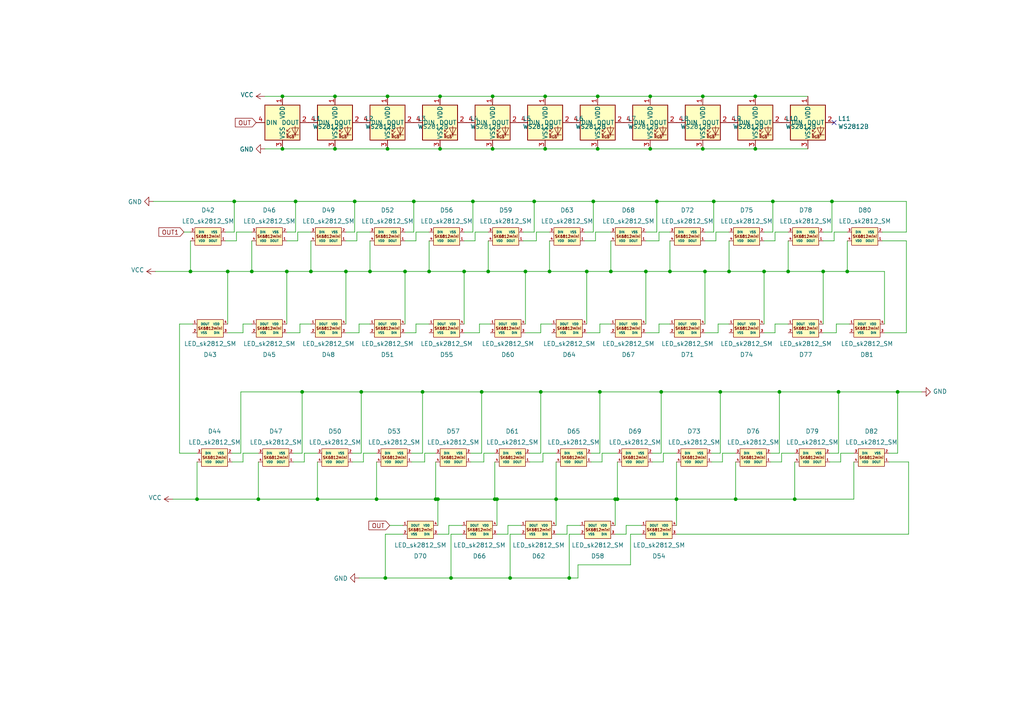
<source format=kicad_sch>
(kicad_sch (version 20230121) (generator eeschema)
  (paper "A4")
  (lib_symbols
    (symbol "LED:WS2812B" (pin_names (offset 0.254))
      (property "Reference" "D" (at 5.08 5.715 0))
      (property "Value" "WS2812B" (at 1.27 -5.715 0))
      (symbol "WS2812B_0_0"
        (text "RGB" (at 2.286 -4.191 0) (effects (font (size 0.762 0.762))))
      )
      (symbol "WS2812B_0_1"
        (polyline (pts (xy 1.27 -3.556) (xy 1.778 -3.556)))
        (polyline (pts (xy 1.27 -2.54) (xy 1.778 -2.54)))
        (polyline (pts (xy 4.699 -3.556) (xy 2.667 -3.556)))
        (polyline (pts (xy 2.286 -2.54) (xy 1.27 -3.556) (xy 1.27 -3.048)))
        (polyline (pts (xy 2.286 -1.524) (xy 1.27 -2.54) (xy 1.27 -2.032)))
        (polyline (pts (xy 3.683 -1.016) (xy 3.683 -3.556) (xy 3.683 -4.064)))
        (polyline (pts (xy 4.699 -1.524) (xy 2.667 -1.524) (xy 3.683 -3.556) (xy 4.699 -1.524)))
        (rectangle (start 5.08 5.08) (end -5.08 -5.08) (stroke (width 0.254)) (fill (type background)))
      )
      (symbol "WS2812B_1_1"
        (pin power_in line (at 0 7.62 270) (length 2.54) (name "VDD") (number "1"))
        (pin output line (at 7.62 0 180) (length 2.54) (name "DOUT") (number "2"))
        (pin power_in line (at 0 -7.62 90) (length 2.54) (name "VSS") (number "3"))
        (pin input line (at -7.62 0 0) (length 2.54) (name "DIN") (number "4"))
      )
    )
    (symbol "klor:LED_sk2812_SM" (pin_names (offset 1.016))
      (property "Reference" "D" (at 0 3.81 0))
      (property "Value" "LED_sk2812_SM" (at 0 -3.81 0))
      (symbol "LED_sk2812_SM_1_1"
        (rectangle (start 3.81 -2.54) (end -3.81 2.54) (fill (type background)))
        (text "SK6812mini" (at 0 0 0) (effects (font (size 0.7874 0.7874))))
        (pin output line (at -5.08 1.27 0) (length 1.27) (name "DOUT") (number "1"))
        (pin power_in line (at -5.08 -1.27 0) (length 1.27) (name "VSS") (number "2"))
        (pin input line (at 5.08 -1.27 180) (length 1.27) (name "DIN") (number "3"))
        (pin power_in line (at 5.08 1.27 180) (length 1.27) (name "VDD") (number "4"))
      )
    )
    (symbol "power:GND" (power) (pin_names (offset 0))
      (property "Value" "GND" (at 0 -3.81 0))
      (symbol "GND_0_1"
        (polyline (pts (xy 0 0) (xy 0 -1.27) (xy 1.27 -1.27) (xy 0 -2.54) (xy -1.27 -1.27) (xy 0 -1.27)))
      )
      (symbol "GND_1_1"
        (pin power_in line (at 0 0 270) (length 0) hide (name "GND") (number "1"))
      )
    )
    (symbol "power:VCC" (power) (pin_names (offset 0))
      (property "Value" "VCC" (at 0 3.81 0))
      (symbol "VCC_0_1"
        (polyline (pts (xy -0.762 1.27) (xy 0 2.54)))
        (polyline (pts (xy 0 0) (xy 0 2.54)))
        (polyline (pts (xy 0 2.54) (xy 0.762 1.27)))
      )
      (symbol "VCC_1_1"
        (pin power_in line (at 0 0 90) (length 0) hide (name "VCC") (number "1"))
      )
    )
  )
  (junction (at 122.555 113.665))
  (junction (at 147.955 167.64))
  (junction (at 177.165 78.74))
  (junction (at 102.87 58.42))
  (junction (at 228.6 78.74))
  (junction (at 238.76 78.74))
  (junction (at 154.94 58.42))
  (junction (at 57.15 144.78))
  (junction (at 144.145 144.78))
  (junction (at 97.155 27.94))
  (junction (at 141.605 78.74))
  (junction (at 142.875 27.94))
  (junction (at 173.355 43.18))
  (junction (at 117.475 78.74))
  (junction (at 81.915 27.94))
  (junction (at 191.77 113.665))
  (junction (at 134.62 78.74))
  (junction (at 127.635 27.94))
  (junction (at 156.845 113.665))
  (junction (at 85.725 58.42))
  (junction (at 73.025 78.74))
  (junction (at 172.085 58.42))
  (junction (at 90.17 78.74))
  (junction (at 87.63 113.665))
  (junction (at 170.18 78.74))
  (junction (at 158.115 27.94))
  (junction (at 142.875 43.18))
  (junction (at 173.99 113.665))
  (junction (at 143.51 144.78))
  (junction (at 161.29 144.78))
  (junction (at 224.155 58.42))
  (junction (at 83.185 78.74))
  (junction (at 127.635 43.18))
  (junction (at 208.915 113.665))
  (junction (at 188.595 43.18))
  (junction (at 211.455 78.74))
  (junction (at 241.3 58.42))
  (junction (at 55.245 78.74))
  (junction (at 219.075 27.94))
  (junction (at 158.115 43.18))
  (junction (at 207.01 58.42))
  (junction (at 104.775 113.665))
  (junction (at 173.355 27.94))
  (junction (at 260.35 113.665))
  (junction (at 165.1 167.64))
  (junction (at 66.04 78.74))
  (junction (at 120.015 58.42))
  (junction (at 100.33 78.74))
  (junction (at 139.7 113.665))
  (junction (at 190.5 58.42))
  (junction (at 111.76 167.64))
  (junction (at 124.46 78.74))
  (junction (at 221.615 78.74))
  (junction (at 74.93 144.78))
  (junction (at 179.07 144.78))
  (junction (at 97.155 43.18))
  (junction (at 152.4 78.74))
  (junction (at 159.385 78.74))
  (junction (at 126.365 144.78))
  (junction (at 130.81 167.64))
  (junction (at 112.395 27.94))
  (junction (at 196.215 144.78))
  (junction (at 187.325 78.74))
  (junction (at 109.22 144.78))
  (junction (at 137.16 58.42))
  (junction (at 107.315 78.74))
  (junction (at 127 144.78))
  (junction (at 226.06 113.665))
  (junction (at 243.205 113.665))
  (junction (at 81.915 43.18))
  (junction (at 203.835 27.94))
  (junction (at 92.075 144.78))
  (junction (at 213.36 144.78))
  (junction (at 67.945 58.42))
  (junction (at 178.435 144.78))
  (junction (at 112.395 43.18))
  (junction (at 230.505 144.78))
  (junction (at 245.745 78.74))
  (junction (at 194.31 78.74))
  (junction (at 203.835 43.18))
  (junction (at 219.075 43.18))
  (junction (at 188.595 27.94))
  (junction (at 204.47 78.74))
  (no_connect (at 241.935 35.56))
  (wire (pts (xy 137.795 67.31) (xy 141.605 67.31)))
  (wire (pts (xy 104.775 113.665) (xy 122.555 113.665)))
  (wire (pts (xy 127 144.78) (xy 126.365 144.78)))
  (wire (pts (xy 240.665 131.445) (xy 243.205 131.445)))
  (wire (pts (xy 172.72 67.31) (xy 177.165 67.31)))
  (wire (pts (xy 171.45 133.985) (xy 174.625 133.985)))
  (wire (pts (xy 164.465 152.4) (xy 164.465 154.94)))
  (wire (pts (xy 141.605 78.74) (xy 134.62 78.74)))
  (wire (pts (xy 139.065 93.98) (xy 139.065 96.52)))
  (wire (pts (xy 122.555 113.665) (xy 139.7 113.665)))
  (wire (pts (xy 172.085 67.31) (xy 172.085 58.42)))
  (wire (pts (xy 187.325 78.74) (xy 177.165 78.74)))
  (wire (pts (xy 224.79 67.31) (xy 228.6 67.31)))
  (wire (pts (xy 57.15 144.78) (xy 50.165 144.78)))
  (wire (pts (xy 167.64 167.64) (xy 165.1 167.64)))
  (wire (pts (xy 211.455 78.74) (xy 204.47 78.74)))
  (wire (pts (xy 172.085 58.42) (xy 154.94 58.42)))
  (wire (pts (xy 238.76 67.31) (xy 241.3 67.31)))
  (wire (pts (xy 85.09 133.985) (xy 88.265 133.985)))
  (wire (pts (xy 74.93 133.985) (xy 74.93 144.78)))
  (wire (pts (xy 100.33 78.74) (xy 90.17 78.74)))
  (wire (pts (xy 191.135 67.31) (xy 194.31 67.31)))
  (wire (pts (xy 97.155 43.18) (xy 112.395 43.18)))
  (wire (pts (xy 90.17 93.98) (xy 86.995 93.98)))
  (wire (pts (xy 100.33 69.85) (xy 103.505 69.85)))
  (wire (pts (xy 194.31 78.74) (xy 187.325 78.74)))
  (wire (pts (xy 161.29 133.985) (xy 161.29 144.78)))
  (wire (pts (xy 177.165 78.74) (xy 170.18 78.74)))
  (wire (pts (xy 209.55 133.985) (xy 209.55 131.445)))
  (wire (pts (xy 226.695 131.445) (xy 230.505 131.445)))
  (wire (pts (xy 105.41 131.445) (xy 109.22 131.445)))
  (wire (pts (xy 211.455 93.98) (xy 208.28 93.98)))
  (wire (pts (xy 255.905 67.31) (xy 262.89 67.31)))
  (wire (pts (xy 140.335 133.985) (xy 140.335 131.445)))
  (wire (pts (xy 262.89 69.85) (xy 262.89 96.52)))
  (wire (pts (xy 241.935 67.31) (xy 245.745 67.31)))
  (wire (pts (xy 137.16 67.31) (xy 137.16 58.42)))
  (wire (pts (xy 243.205 113.665) (xy 260.35 113.665)))
  (wire (pts (xy 76.835 43.18) (xy 81.915 43.18)))
  (wire (pts (xy 207.645 69.85) (xy 207.645 67.31)))
  (wire (pts (xy 159.385 69.85) (xy 159.385 78.74)))
  (wire (pts (xy 157.48 133.985) (xy 157.48 131.445)))
  (wire (pts (xy 188.595 43.18) (xy 203.835 43.18)))
  (wire (pts (xy 238.76 78.74) (xy 238.76 93.98)))
  (wire (pts (xy 134.62 67.31) (xy 137.16 67.31)))
  (wire (pts (xy 102.87 67.31) (xy 102.87 58.42)))
  (wire (pts (xy 134.62 78.74) (xy 134.62 93.98)))
  (wire (pts (xy 160.02 93.98) (xy 156.845 93.98)))
  (wire (pts (xy 85.725 58.42) (xy 67.945 58.42)))
  (wire (pts (xy 134.62 78.74) (xy 124.46 78.74)))
  (wire (pts (xy 194.31 93.98) (xy 191.135 93.98)))
  (wire (pts (xy 152.4 78.74) (xy 141.605 78.74)))
  (wire (pts (xy 174.625 131.445) (xy 179.07 131.445)))
  (wire (pts (xy 196.215 133.985) (xy 196.215 144.78)))
  (wire (pts (xy 83.185 78.74) (xy 73.025 78.74)))
  (wire (pts (xy 206.375 131.445) (xy 208.915 131.445)))
  (wire (pts (xy 107.315 78.74) (xy 100.33 78.74)))
  (wire (pts (xy 67.945 67.31) (xy 67.945 58.42)))
  (wire (pts (xy 165.1 167.64) (xy 147.955 167.64)))
  (wire (pts (xy 247.65 144.78) (xy 230.505 144.78)))
  (wire (pts (xy 204.47 67.31) (xy 207.01 67.31)))
  (wire (pts (xy 147.955 154.94) (xy 147.955 167.64)))
  (wire (pts (xy 221.615 67.31) (xy 224.155 67.31)))
  (wire (pts (xy 189.23 133.985) (xy 192.405 133.985)))
  (wire (pts (xy 224.79 69.85) (xy 224.79 67.31)))
  (wire (pts (xy 243.205 131.445) (xy 243.205 113.665)))
  (wire (pts (xy 167.64 163.83) (xy 167.64 167.64)))
  (wire (pts (xy 224.155 67.31) (xy 224.155 58.42)))
  (wire (pts (xy 85.09 131.445) (xy 87.63 131.445)))
  (wire (pts (xy 66.04 78.74) (xy 55.245 78.74)))
  (wire (pts (xy 83.185 78.74) (xy 83.185 93.98)))
  (wire (pts (xy 192.405 133.985) (xy 192.405 131.445)))
  (wire (pts (xy 55.245 69.85) (xy 55.245 78.74)))
  (wire (pts (xy 136.525 131.445) (xy 139.7 131.445)))
  (wire (pts (xy 207.01 67.31) (xy 207.01 58.42)))
  (wire (pts (xy 104.14 96.52) (xy 100.33 96.52)))
  (wire (pts (xy 45.085 78.74) (xy 55.245 78.74)))
  (wire (pts (xy 103.505 67.31) (xy 107.315 67.31)))
  (wire (pts (xy 169.545 69.85) (xy 172.72 69.85)))
  (wire (pts (xy 105.41 133.985) (xy 105.41 131.445)))
  (wire (pts (xy 165.1 154.94) (xy 165.1 167.64)))
  (wire (pts (xy 124.46 93.98) (xy 120.65 93.98)))
  (wire (pts (xy 130.81 167.64) (xy 147.955 167.64)))
  (wire (pts (xy 204.47 78.74) (xy 204.47 93.98)))
  (wire (pts (xy 120.015 67.31) (xy 120.015 58.42)))
  (wire (pts (xy 173.99 93.98) (xy 173.99 96.52)))
  (wire (pts (xy 117.475 78.74) (xy 107.315 78.74)))
  (wire (pts (xy 123.19 131.445) (xy 126.365 131.445)))
  (wire (pts (xy 173.355 27.94) (xy 188.595 27.94)))
  (wire (pts (xy 133.985 152.4) (xy 130.175 152.4)))
  (wire (pts (xy 139.7 113.665) (xy 156.845 113.665)))
  (wire (pts (xy 255.905 69.85) (xy 262.89 69.85)))
  (wire (pts (xy 257.81 131.445) (xy 260.35 131.445)))
  (wire (pts (xy 109.22 133.985) (xy 109.22 144.78)))
  (wire (pts (xy 70.485 133.985) (xy 70.485 131.445)))
  (wire (pts (xy 156.845 93.98) (xy 156.845 96.52)))
  (wire (pts (xy 69.85 113.665) (xy 87.63 113.665)))
  (wire (pts (xy 219.075 43.18) (xy 234.315 43.18)))
  (wire (pts (xy 208.915 131.445) (xy 208.915 113.665)))
  (wire (pts (xy 240.665 133.985) (xy 243.84 133.985)))
  (wire (pts (xy 86.995 93.98) (xy 86.995 96.52)))
  (wire (pts (xy 112.395 27.94) (xy 127.635 27.94)))
  (wire (pts (xy 142.875 43.18) (xy 158.115 43.18)))
  (wire (pts (xy 111.76 167.64) (xy 104.14 167.64)))
  (wire (pts (xy 262.89 96.52) (xy 256.54 96.52)))
  (wire (pts (xy 86.36 69.85) (xy 86.36 67.31)))
  (wire (pts (xy 179.07 133.985) (xy 179.07 144.78)))
  (wire (pts (xy 151.765 69.85) (xy 155.575 69.85)))
  (wire (pts (xy 178.435 144.78) (xy 178.435 152.4)))
  (wire (pts (xy 226.06 131.445) (xy 226.06 113.665)))
  (wire (pts (xy 102.235 133.985) (xy 105.41 133.985)))
  (wire (pts (xy 188.595 27.94) (xy 203.835 27.94)))
  (wire (pts (xy 83.185 69.85) (xy 86.36 69.85)))
  (wire (pts (xy 226.06 113.665) (xy 243.205 113.665)))
  (wire (pts (xy 179.07 144.78) (xy 178.435 144.78)))
  (wire (pts (xy 70.485 93.98) (xy 70.485 96.52)))
  (wire (pts (xy 196.215 144.78) (xy 179.07 144.78)))
  (wire (pts (xy 174.625 133.985) (xy 174.625 131.445)))
  (wire (pts (xy 177.165 93.98) (xy 173.99 93.98)))
  (wire (pts (xy 204.47 78.74) (xy 194.31 78.74)))
  (wire (pts (xy 136.525 133.985) (xy 140.335 133.985)))
  (wire (pts (xy 241.3 67.31) (xy 241.3 58.42)))
  (wire (pts (xy 173.355 43.18) (xy 188.595 43.18)))
  (wire (pts (xy 97.155 27.94) (xy 112.395 27.94)))
  (wire (pts (xy 86.995 96.52) (xy 83.185 96.52)))
  (wire (pts (xy 53.34 67.31) (xy 55.245 67.31)))
  (wire (pts (xy 224.79 93.98) (xy 224.79 96.52)))
  (wire (pts (xy 203.835 27.94) (xy 219.075 27.94)))
  (wire (pts (xy 65.405 69.85) (xy 68.58 69.85)))
  (wire (pts (xy 73.025 78.74) (xy 66.04 78.74)))
  (wire (pts (xy 190.5 58.42) (xy 172.085 58.42)))
  (wire (pts (xy 104.775 131.445) (xy 104.775 113.665)))
  (wire (pts (xy 102.87 58.42) (xy 85.725 58.42)))
  (wire (pts (xy 88.265 133.985) (xy 88.265 131.445)))
  (wire (pts (xy 76.835 27.94) (xy 81.915 27.94)))
  (wire (pts (xy 208.915 113.665) (xy 226.06 113.665)))
  (wire (pts (xy 207.645 67.31) (xy 211.455 67.31)))
  (wire (pts (xy 262.89 58.42) (xy 241.3 58.42)))
  (wire (pts (xy 107.315 69.85) (xy 107.315 78.74)))
  (wire (pts (xy 191.135 96.52) (xy 187.325 96.52)))
  (wire (pts (xy 69.85 131.445) (xy 69.85 113.665)))
  (wire (pts (xy 161.29 144.78) (xy 144.145 144.78)))
  (wire (pts (xy 226.695 133.985) (xy 226.695 131.445)))
  (wire (pts (xy 119.38 133.985) (xy 123.19 133.985)))
  (wire (pts (xy 228.6 93.98) (xy 224.79 93.98)))
  (wire (pts (xy 221.615 69.85) (xy 224.79 69.85)))
  (wire (pts (xy 120.65 93.98) (xy 120.65 96.52)))
  (wire (pts (xy 117.475 78.74) (xy 117.475 93.98)))
  (wire (pts (xy 241.3 58.42) (xy 224.155 58.42)))
  (wire (pts (xy 213.36 133.985) (xy 213.36 144.78)))
  (wire (pts (xy 156.845 113.665) (xy 173.99 113.665)))
  (wire (pts (xy 191.135 93.98) (xy 191.135 96.52)))
  (wire (pts (xy 211.455 69.85) (xy 211.455 78.74)))
  (wire (pts (xy 141.605 69.85) (xy 141.605 78.74)))
  (wire (pts (xy 120.015 58.42) (xy 102.87 58.42)))
  (wire (pts (xy 100.33 78.74) (xy 100.33 93.98)))
  (wire (pts (xy 204.47 69.85) (xy 207.645 69.85)))
  (wire (pts (xy 238.76 78.74) (xy 228.6 78.74)))
  (wire (pts (xy 140.335 131.445) (xy 143.51 131.445)))
  (wire (pts (xy 87.63 113.665) (xy 104.775 113.665)))
  (wire (pts (xy 147.32 152.4) (xy 147.32 154.94)))
  (wire (pts (xy 262.89 67.31) (xy 262.89 58.42)))
  (wire (pts (xy 143.51 144.78) (xy 127 144.78)))
  (wire (pts (xy 241.935 69.85) (xy 241.935 67.31)))
  (wire (pts (xy 103.505 69.85) (xy 103.505 67.31)))
  (wire (pts (xy 186.055 152.4) (xy 181.61 152.4)))
  (wire (pts (xy 203.835 43.18) (xy 219.075 43.18)))
  (wire (pts (xy 124.46 69.85) (xy 124.46 78.74)))
  (wire (pts (xy 127.635 27.94) (xy 142.875 27.94)))
  (wire (pts (xy 159.385 78.74) (xy 152.4 78.74)))
  (wire (pts (xy 73.025 69.85) (xy 73.025 78.74)))
  (wire (pts (xy 147.32 154.94) (xy 144.145 154.94)))
  (wire (pts (xy 44.45 58.42) (xy 67.945 58.42)))
  (wire (pts (xy 207.01 58.42) (xy 190.5 58.42)))
  (wire (pts (xy 86.36 67.31) (xy 90.17 67.31)))
  (wire (pts (xy 144.145 144.78) (xy 143.51 144.78)))
  (wire (pts (xy 124.46 78.74) (xy 117.475 78.74)))
  (wire (pts (xy 189.23 131.445) (xy 191.77 131.445)))
  (wire (pts (xy 221.615 78.74) (xy 221.615 93.98)))
  (wire (pts (xy 260.35 131.445) (xy 260.35 113.665)))
  (wire (pts (xy 158.115 27.94) (xy 173.355 27.94)))
  (wire (pts (xy 127 144.78) (xy 127 152.4)))
  (wire (pts (xy 122.555 131.445) (xy 122.555 113.665)))
  (wire (pts (xy 92.075 133.985) (xy 92.075 144.78)))
  (wire (pts (xy 260.35 113.665) (xy 267.335 113.665)))
  (wire (pts (xy 213.36 144.78) (xy 196.215 144.78)))
  (wire (pts (xy 187.325 67.31) (xy 190.5 67.31)))
  (wire (pts (xy 70.485 131.445) (xy 74.93 131.445)))
  (wire (pts (xy 242.57 93.98) (xy 242.57 96.52)))
  (wire (pts (xy 57.15 133.985) (xy 57.15 144.78)))
  (wire (pts (xy 88.265 131.445) (xy 92.075 131.445)))
  (wire (pts (xy 171.45 131.445) (xy 173.99 131.445)))
  (wire (pts (xy 243.84 133.985) (xy 243.84 131.445)))
  (wire (pts (xy 151.765 67.31) (xy 154.94 67.31)))
  (wire (pts (xy 52.07 131.445) (xy 57.15 131.445)))
  (wire (pts (xy 137.16 58.42) (xy 120.015 58.42)))
  (wire (pts (xy 191.135 69.85) (xy 191.135 67.31)))
  (wire (pts (xy 209.55 131.445) (xy 213.36 131.445)))
  (wire (pts (xy 155.575 69.85) (xy 155.575 67.31)))
  (wire (pts (xy 67.31 133.985) (xy 70.485 133.985)))
  (wire (pts (xy 142.875 27.94) (xy 158.115 27.94)))
  (wire (pts (xy 224.79 96.52) (xy 221.615 96.52)))
  (wire (pts (xy 156.845 96.52) (xy 152.4 96.52)))
  (wire (pts (xy 92.075 144.78) (xy 74.93 144.78)))
  (wire (pts (xy 170.18 96.52) (xy 173.99 96.52)))
  (wire (pts (xy 137.795 69.85) (xy 137.795 67.31)))
  (wire (pts (xy 113.03 152.4) (xy 116.84 152.4)))
  (wire (pts (xy 238.76 69.85) (xy 241.935 69.85)))
  (wire (pts (xy 90.17 78.74) (xy 83.185 78.74)))
  (wire (pts (xy 97.155 43.18) (xy 81.915 43.18)))
  (wire (pts (xy 224.155 58.42) (xy 207.01 58.42)))
  (wire (pts (xy 130.81 167.64) (xy 111.76 167.64)))
  (wire (pts (xy 143.51 133.985) (xy 143.51 144.78)))
  (wire (pts (xy 173.99 113.665) (xy 191.77 113.665)))
  (wire (pts (xy 107.315 93.98) (xy 104.14 93.98)))
  (wire (pts (xy 170.18 78.74) (xy 159.385 78.74)))
  (wire (pts (xy 158.115 43.18) (xy 173.355 43.18)))
  (wire (pts (xy 52.07 93.98) (xy 55.88 93.98)))
  (wire (pts (xy 170.18 78.74) (xy 170.18 93.98)))
  (wire (pts (xy 153.67 131.445) (xy 156.845 131.445)))
  (wire (pts (xy 223.52 131.445) (xy 226.06 131.445)))
  (wire (pts (xy 151.13 152.4) (xy 147.32 152.4)))
  (wire (pts (xy 230.505 133.985) (xy 230.505 144.78)))
  (wire (pts (xy 161.29 144.78) (xy 161.29 152.4)))
  (wire (pts (xy 70.485 96.52) (xy 66.04 96.52)))
  (wire (pts (xy 182.88 163.83) (xy 167.64 163.83)))
  (wire (pts (xy 243.84 131.445) (xy 247.65 131.445)))
  (wire (pts (xy 130.81 154.94) (xy 130.81 167.64)))
  (wire (pts (xy 191.77 113.665) (xy 208.915 113.665)))
  (wire (pts (xy 173.99 131.445) (xy 173.99 113.665)))
  (wire (pts (xy 155.575 67.31) (xy 159.385 67.31)))
  (wire (pts (xy 228.6 78.74) (xy 221.615 78.74)))
  (wire (pts (xy 130.175 154.94) (xy 127 154.94)))
  (wire (pts (xy 139.7 131.445) (xy 139.7 113.665)))
  (wire (pts (xy 157.48 131.445) (xy 161.29 131.445)))
  (wire (pts (xy 186.055 154.94) (xy 182.88 154.94)))
  (wire (pts (xy 154.94 58.42) (xy 137.16 58.42)))
  (wire (pts (xy 109.22 144.78) (xy 92.075 144.78)))
  (wire (pts (xy 117.475 69.85) (xy 120.65 69.85)))
  (wire (pts (xy 120.65 96.52) (xy 117.475 96.52)))
  (wire (pts (xy 187.325 78.74) (xy 187.325 93.98)))
  (wire (pts (xy 100.33 67.31) (xy 102.87 67.31)))
  (wire (pts (xy 221.615 78.74) (xy 211.455 78.74)))
  (wire (pts (xy 133.985 154.94) (xy 130.81 154.94)))
  (wire (pts (xy 169.545 67.31) (xy 172.085 67.31)))
  (wire (pts (xy 74.93 144.78) (xy 57.15 144.78)))
  (wire (pts (xy 208.28 93.98) (xy 208.28 96.52)))
  (wire (pts (xy 257.81 133.985) (xy 263.525 133.985)))
  (wire (pts (xy 87.63 131.445) (xy 87.63 113.665)))
  (wire (pts (xy 168.275 154.94) (xy 165.1 154.94)))
  (wire (pts (xy 52.07 93.98) (xy 52.07 131.445)))
  (wire (pts (xy 126.365 133.985) (xy 126.365 144.78)))
  (wire (pts (xy 66.04 78.74) (xy 66.04 93.98)))
  (wire (pts (xy 164.465 154.94) (xy 161.29 154.94)))
  (wire (pts (xy 119.38 131.445) (xy 122.555 131.445)))
  (wire (pts (xy 156.845 131.445) (xy 156.845 113.665)))
  (wire (pts (xy 134.62 69.85) (xy 137.795 69.85)))
  (wire (pts (xy 178.435 144.78) (xy 161.29 144.78)))
  (wire (pts (xy 196.215 154.94) (xy 263.525 154.94)))
  (wire (pts (xy 263.525 154.94) (xy 263.525 133.985)))
  (wire (pts (xy 247.65 133.985) (xy 247.65 144.78)))
  (wire (pts (xy 192.405 131.445) (xy 196.215 131.445)))
  (wire (pts (xy 102.235 131.445) (xy 104.775 131.445)))
  (wire (pts (xy 73.025 93.98) (xy 70.485 93.98)))
  (wire (pts (xy 67.31 131.445) (xy 69.85 131.445)))
  (wire (pts (xy 142.24 93.98) (xy 139.065 93.98)))
  (wire (pts (xy 177.165 69.85) (xy 177.165 78.74)))
  (wire (pts (xy 90.17 69.85) (xy 90.17 78.74)))
  (wire (pts (xy 196.215 144.78) (xy 196.215 152.4)))
  (wire (pts (xy 139.065 96.52) (xy 134.62 96.52)))
  (wire (pts (xy 230.505 144.78) (xy 213.36 144.78)))
  (wire (pts (xy 168.275 152.4) (xy 164.465 152.4)))
  (wire (pts (xy 245.745 78.74) (xy 238.76 78.74)))
  (wire (pts (xy 152.4 78.74) (xy 152.4 93.98)))
  (wire (pts (xy 181.61 152.4) (xy 181.61 154.94)))
  (wire (pts (xy 153.67 133.985) (xy 157.48 133.985)))
  (wire (pts (xy 191.77 131.445) (xy 191.77 113.665)))
  (wire (pts (xy 123.19 133.985) (xy 123.19 131.445)))
  (wire (pts (xy 151.13 154.94) (xy 147.955 154.94)))
  (wire (pts (xy 116.84 154.94) (xy 111.76 154.94)))
  (wire (pts (xy 181.61 154.94) (xy 178.435 154.94)))
  (wire (pts (xy 144.145 144.78) (xy 144.145 152.4)))
  (wire (pts (xy 120.65 67.31) (xy 124.46 67.31)))
  (wire (pts (xy 68.58 69.85) (xy 68.58 67.31)))
  (wire (pts (xy 182.88 154.94) (xy 182.88 163.83)))
  (wire (pts (xy 111.76 154.94) (xy 111.76 167.64)))
  (wire (pts (xy 112.395 43.18) (xy 127.635 43.18)))
  (wire (pts (xy 245.745 69.85) (xy 245.745 78.74)))
  (wire (pts (xy 242.57 96.52) (xy 238.76 96.52)))
  (wire (pts (xy 127.635 43.18) (xy 142.875 43.18)))
  (wire (pts (xy 256.54 93.98) (xy 256.54 78.74)))
  (wire (pts (xy 223.52 133.985) (xy 226.695 133.985)))
  (wire (pts (xy 194.31 69.85) (xy 194.31 78.74)))
  (wire (pts (xy 190.5 67.31) (xy 190.5 58.42)))
  (wire (pts (xy 206.375 133.985) (xy 209.55 133.985)))
  (wire (pts (xy 104.14 93.98) (xy 104.14 96.52)))
  (wire (pts (xy 246.38 93.98) (xy 242.57 93.98)))
  (wire (pts (xy 126.365 144.78) (xy 109.22 144.78)))
  (wire (pts (xy 208.28 96.52) (xy 204.47 96.52)))
  (wire (pts (xy 172.72 69.85) (xy 172.72 67.31)))
  (wire (pts (xy 154.94 67.31) (xy 154.94 58.42)))
  (wire (pts (xy 117.475 67.31) (xy 120.015 67.31)))
  (wire (pts (xy 68.58 67.31) (xy 73.025 67.31)))
  (wire (pts (xy 65.405 67.31) (xy 67.945 67.31)))
  (wire (pts (xy 187.325 69.85) (xy 191.135 69.85)))
  (wire (pts (xy 130.175 152.4) (xy 130.175 154.94)))
  (wire (pts (xy 83.185 67.31) (xy 85.725 67.31)))
  (wire (pts (xy 256.54 78.74) (xy 245.745 78.74)))
  (wire (pts (xy 85.725 67.31) (xy 85.725 58.42)))
  (wire (pts (xy 120.65 69.85) (xy 120.65 67.31)))
  (wire (pts (xy 228.6 69.85) (xy 228.6 78.74)))
  (wire (pts (xy 219.075 27.94) (xy 234.315 27.94)))
  (wire (pts (xy 81.915 27.94) (xy 97.155 27.94)))
  (global_label "OUT1" (shape input) (at 53.34 67.31 180) (property "Intersheetrefs" "${INTERSHEET_REFS}" (effects hide)))
  (global_label "OUT" (shape input) (at 74.295 35.56 180) (property "Intersheetrefs" "${INTERSHEET_REFS}" (effects hide)))
  (global_label "OUT" (shape input) (at 113.03 152.4 180) (property "Intersheetrefs" "${INTERSHEET_REFS}" (effects hide)))
  (symbol (lib_id "klor:LED_sk2812_SM") (at 80.01 132.715 180) (unit 1)
    (property "Reference" "D47" (at 80.01 125.095 0))
    (property "Value" "LED_sk2812_SM" (at 80.01 128.27 0))
    (property "Footprint" "klor:SK6812MINI_and_cherry" (effects hide))
  )
  (symbol (lib_id "LED:WS2812B") (at 112.395 35.56 0) (unit 1)
    (property "Reference" "L3" (at 121.1326 34.3916 0) (effects (justify left)))
    (property "Value" "WS2812B" (at 121.1326 36.703 0) (effects (justify left)))
    (property "Footprint" "_reviung-kbd:LED_WS2812B_PLCC4_5.0x5.0mm_P3.2mm" (effects hide))
    (property "Datasheet" "https://cdn-shop.adafruit.com/datasheets/WS2812B.pdf" (effects hide))
  )
  (symbol (lib_id "power:VCC") (at 45.085 78.74 90) (unit 1)
    (property "Reference" "#PWR06" (effects hide))
    (property "Value" "VCC" (at 41.8338 78.3082 90) (effects (justify left)))
    (instances (project "reviung41" (path "" (reference "#PWR06") (unit 1)) (path "" (reference "#PWR011") (unit 1))))
  )
  (symbol (lib_id "klor:LED_sk2812_SM") (at 201.295 132.715 180) (unit 1)
    (property "Reference" "D73" (at 201.295 125.095 0))
    (property "Value" "LED_sk2812_SM" (at 201.295 128.27 0))
    (property "Footprint" "klor:SK6812MINI_and_cherry" (effects hide))
  )
  (symbol (lib_id "klor:LED_sk2812_SM") (at 173.355 153.67 0) (unit 1)
    (property "Reference" "D58" (at 173.355 161.29 0))
    (property "Value" "LED_sk2812_SM" (at 173.355 158.115 0))
    (property "Footprint" "klor:SK6812MINI_and_cherry" (effects hide))
  )
  (symbol (lib_id "klor:LED_sk2812_SM") (at 78.105 68.58 180) (unit 1)
    (property "Reference" "D46" (at 78.105 60.96 0))
    (property "Value" "LED_sk2812_SM" (at 78.105 64.135 0))
    (property "Footprint" "klor:SK6812MINI_and_cherry" (effects hide))
  )
  (symbol (lib_id "klor:LED_sk2812_SM") (at 235.585 132.715 180) (unit 1)
    (property "Reference" "D79" (at 235.585 125.095 0))
    (property "Value" "LED_sk2812_SM" (at 235.585 128.27 0))
    (property "Footprint" "klor:SK6812MINI_and_cherry" (effects hide))
  )
  (symbol (lib_id "power:GND") (at 104.14 167.64 270) (unit 1)
    (property "Reference" "#PWR07" (effects hide))
    (property "Value" "GND" (at 100.8888 167.767 90) (effects (justify right)))
    (instances (project "reviung41" (path "" (reference "#PWR07") (unit 1)) (path "" (reference "#PWR015") (unit 1))))
  )
  (symbol (lib_id "klor:LED_sk2812_SM") (at 121.92 153.67 0) (unit 1)
    (property "Reference" "D70" (at 121.92 161.29 0))
    (property "Value" "LED_sk2812_SM" (at 121.92 158.115 0))
    (property "Footprint" "klor:SK6812MINI_and_cherry" (effects hide))
  )
  (symbol (lib_id "klor:LED_sk2812_SM") (at 199.39 95.25 0) (unit 1)
    (property "Reference" "D71" (at 199.39 102.87 0))
    (property "Value" "LED_sk2812_SM" (at 199.39 99.695 0))
    (property "Footprint" "klor:SK6812MINI_and_cherry" (effects hide))
  )
  (symbol (lib_id "klor:LED_sk2812_SM") (at 129.54 68.58 180) (unit 1)
    (property "Reference" "D56" (at 129.54 60.96 0))
    (property "Value" "LED_sk2812_SM" (at 129.54 64.135 0))
    (property "Footprint" "klor:SK6812MINI_and_cherry" (effects hide))
  )
  (symbol (lib_id "LED:WS2812B") (at 234.315 35.56 0) (unit 1)
    (property "Reference" "L11" (at 243.0526 34.3916 0) (effects (justify left)))
    (property "Value" "WS2812B" (at 243.0526 36.703 0) (effects (justify left)))
    (property "Footprint" "_reviung-kbd:LED_WS2812B_PLCC4_5.0x5.0mm_P3.2mm" (effects hide))
    (property "Datasheet" "https://cdn-shop.adafruit.com/datasheets/WS2812B.pdf" (effects hide))
  )
  (symbol (lib_id "klor:LED_sk2812_SM") (at 216.535 95.25 0) (unit 1)
    (property "Reference" "D74" (at 216.535 102.87 0))
    (property "Value" "LED_sk2812_SM" (at 216.535 99.695 0))
    (property "Footprint" "klor:SK6812MINI_and_cherry" (effects hide))
  )
  (symbol (lib_id "klor:LED_sk2812_SM") (at 95.25 68.58 180) (unit 1)
    (property "Reference" "D49" (at 95.25 60.96 0))
    (property "Value" "LED_sk2812_SM" (at 95.25 64.135 0))
    (property "Footprint" "klor:SK6812MINI_and_cherry" (effects hide))
  )
  (symbol (lib_id "klor:LED_sk2812_SM") (at 191.135 153.67 0) (unit 1)
    (property "Reference" "D54" (at 191.135 161.29 0))
    (property "Value" "LED_sk2812_SM" (at 191.135 158.115 0))
    (property "Footprint" "klor:SK6812MINI_and_cherry" (effects hide))
  )
  (symbol (lib_id "LED:WS2812B") (at 142.875 35.56 0) (unit 1)
    (property "Reference" "L5" (at 151.6126 34.3916 0) (effects (justify left)))
    (property "Value" "WS2812B" (at 151.6126 36.703 0) (effects (justify left)))
    (property "Footprint" "_reviung-kbd:LED_WS2812B_PLCC4_5.0x5.0mm_P3.2mm" (effects hide))
    (property "Datasheet" "https://cdn-shop.adafruit.com/datasheets/WS2812B.pdf" (effects hide))
  )
  (symbol (lib_id "klor:LED_sk2812_SM") (at 182.245 68.58 180) (unit 1)
    (property "Reference" "D68" (at 182.245 60.96 0))
    (property "Value" "LED_sk2812_SM" (at 182.245 64.135 0))
    (property "Footprint" "klor:SK6812MINI_and_cherry" (effects hide))
  )
  (symbol (lib_id "klor:LED_sk2812_SM") (at 165.1 95.25 0) (unit 1)
    (property "Reference" "D64" (at 165.1 102.87 0))
    (property "Value" "LED_sk2812_SM" (at 165.1 99.695 0))
    (property "Footprint" "klor:SK6812MINI_and_cherry" (effects hide))
  )
  (symbol (lib_id "LED:WS2812B") (at 97.155 35.56 0) (unit 1)
    (property "Reference" "L2" (at 105.8926 34.3916 0) (effects (justify left)))
    (property "Value" "WS2812B" (at 105.8926 36.703 0) (effects (justify left)))
    (property "Footprint" "_reviung-kbd:LED_WS2812B_PLCC4_5.0x5.0mm_P3.2mm" (effects hide))
    (property "Datasheet" "https://cdn-shop.adafruit.com/datasheets/WS2812B.pdf" (effects hide))
  )
  (symbol (lib_id "klor:LED_sk2812_SM") (at 60.325 68.58 180) (unit 1)
    (property "Reference" "D42" (at 60.325 60.96 0))
    (property "Value" "LED_sk2812_SM" (at 60.325 64.135 0))
    (property "Footprint" "klor:SK6812MINI_and_cherry" (effects hide))
  )
  (symbol (lib_id "power:GND") (at 44.45 58.42 270) (unit 1)
    (property "Reference" "#PWR07" (effects hide))
    (property "Value" "GND" (at 41.1988 58.547 90) (effects (justify right)))
    (instances (project "reviung41" (path "" (reference "#PWR07") (unit 1)) (path "" (reference "#PWR012") (unit 1))))
  )
  (symbol (lib_id "klor:LED_sk2812_SM") (at 95.25 95.25 0) (unit 1)
    (property "Reference" "D48" (at 95.25 102.87 0))
    (property "Value" "LED_sk2812_SM" (at 95.25 99.695 0))
    (property "Footprint" "klor:SK6812MINI_and_cherry" (effects hide))
  )
  (symbol (lib_id "klor:LED_sk2812_SM") (at 184.15 132.715 180) (unit 1)
    (property "Reference" "D69" (at 184.15 125.095 0))
    (property "Value" "LED_sk2812_SM" (at 184.15 128.27 0))
    (property "Footprint" "klor:SK6812MINI_and_cherry" (effects hide))
  )
  (symbol (lib_id "klor:LED_sk2812_SM") (at 97.155 132.715 180) (unit 1)
    (property "Reference" "D50" (at 97.155 125.095 0))
    (property "Value" "LED_sk2812_SM" (at 97.155 128.27 0))
    (property "Footprint" "klor:SK6812MINI_and_cherry" (effects hide))
  )
  (symbol (lib_id "LED:WS2812B") (at 219.075 35.56 0) (unit 1)
    (property "Reference" "L10" (at 227.8126 34.3916 0) (effects (justify left)))
    (property "Value" "WS2812B" (at 227.8126 36.703 0) (effects (justify left)))
    (property "Footprint" "_reviung-kbd:LED_WS2812B_PLCC4_5.0x5.0mm_P3.2mm" (effects hide))
    (property "Datasheet" "https://cdn-shop.adafruit.com/datasheets/WS2812B.pdf" (effects hide))
  )
  (symbol (lib_id "klor:LED_sk2812_SM") (at 166.37 132.715 180) (unit 1)
    (property "Reference" "D65" (at 166.37 125.095 0))
    (property "Value" "LED_sk2812_SM" (at 166.37 128.27 0))
    (property "Footprint" "klor:SK6812MINI_and_cherry" (effects hide))
  )
  (symbol (lib_id "power:GND") (at 76.835 43.18 270) (unit 1)
    (property "Reference" "#PWR07" (effects hide))
    (property "Value" "GND" (at 73.5838 43.307 90) (effects (justify right)))
  )
  (symbol (lib_id "LED:WS2812B") (at 203.835 35.56 0) (unit 1)
    (property "Reference" "L9" (at 212.5726 34.3916 0) (effects (justify left)))
    (property "Value" "WS2812B" (at 212.5726 36.703 0) (effects (justify left)))
    (property "Footprint" "_reviung-kbd:LED_WS2812B_PLCC4_5.0x5.0mm_P3.2mm" (effects hide))
    (property "Datasheet" "https://cdn-shop.adafruit.com/datasheets/WS2812B.pdf" (effects hide))
  )
  (symbol (lib_id "klor:LED_sk2812_SM") (at 233.68 95.25 0) (unit 1)
    (property "Reference" "D77" (at 233.68 102.87 0))
    (property "Value" "LED_sk2812_SM" (at 233.68 99.695 0))
    (property "Footprint" "klor:SK6812MINI_and_cherry" (effects hide))
  )
  (symbol (lib_id "LED:WS2812B") (at 127.635 35.56 0) (unit 1)
    (property "Reference" "L4" (at 136.3726 34.3916 0) (effects (justify left)))
    (property "Value" "WS2812B" (at 136.3726 36.703 0) (effects (justify left)))
    (property "Footprint" "_reviung-kbd:LED_WS2812B_PLCC4_5.0x5.0mm_P3.2mm" (effects hide))
    (property "Datasheet" "https://cdn-shop.adafruit.com/datasheets/WS2812B.pdf" (effects hide))
  )
  (symbol (lib_id "LED:WS2812B") (at 158.115 35.56 0) (unit 1)
    (property "Reference" "L6" (at 166.8526 34.3916 0) (effects (justify left)))
    (property "Value" "WS2812B" (at 166.8526 36.703 0) (effects (justify left)))
    (property "Footprint" "_reviung-kbd:LED_WS2812B_PLCC4_5.0x5.0mm_P3.2mm" (effects hide))
    (property "Datasheet" "https://cdn-shop.adafruit.com/datasheets/WS2812B.pdf" (effects hide))
  )
  (symbol (lib_id "klor:LED_sk2812_SM") (at 131.445 132.715 180) (unit 1)
    (property "Reference" "D57" (at 131.445 125.095 0))
    (property "Value" "LED_sk2812_SM" (at 131.445 128.27 0))
    (property "Footprint" "klor:SK6812MINI_and_cherry" (effects hide))
  )
  (symbol (lib_id "klor:LED_sk2812_SM") (at 148.59 132.715 180) (unit 1)
    (property "Reference" "D61" (at 148.59 125.095 0))
    (property "Value" "LED_sk2812_SM" (at 148.59 128.27 0))
    (property "Footprint" "klor:SK6812MINI_and_cherry" (effects hide))
  )
  (symbol (lib_id "klor:LED_sk2812_SM") (at 139.065 153.67 0) (unit 1)
    (property "Reference" "D66" (at 139.065 161.29 0))
    (property "Value" "LED_sk2812_SM" (at 139.065 158.115 0))
    (property "Footprint" "klor:SK6812MINI_and_cherry" (effects hide))
  )
  (symbol (lib_id "klor:LED_sk2812_SM") (at 251.46 95.25 0) (unit 1)
    (property "Reference" "D81" (at 251.46 102.87 0))
    (property "Value" "LED_sk2812_SM" (at 251.46 99.695 0))
    (property "Footprint" "klor:SK6812MINI_and_cherry" (effects hide))
  )
  (symbol (lib_id "klor:LED_sk2812_SM") (at 252.73 132.715 180) (unit 1)
    (property "Reference" "D82" (at 252.73 125.095 0))
    (property "Value" "LED_sk2812_SM" (at 252.73 128.27 0))
    (property "Footprint" "klor:SK6812MINI_and_cherry" (effects hide))
  )
  (symbol (lib_id "power:VCC") (at 50.165 144.78 90) (unit 1)
    (property "Reference" "#PWR06" (effects hide))
    (property "Value" "VCC" (at 46.9138 144.3482 90) (effects (justify left)))
    (instances (project "reviung41" (path "" (reference "#PWR06") (unit 1)) (path "" (reference "#PWR014") (unit 1))))
  )
  (symbol (lib_id "klor:LED_sk2812_SM") (at 233.68 68.58 180) (unit 1)
    (property "Reference" "D78" (at 233.68 60.96 0))
    (property "Value" "LED_sk2812_SM" (at 233.68 64.135 0))
    (property "Footprint" "klor:SK6812MINI_and_cherry" (effects hide))
  )
  (symbol (lib_id "klor:LED_sk2812_SM") (at 156.21 153.67 0) (unit 1)
    (property "Reference" "D62" (at 156.21 161.29 0))
    (property "Value" "LED_sk2812_SM" (at 156.21 158.115 0))
    (property "Footprint" "klor:SK6812MINI_and_cherry" (effects hide))
  )
  (symbol (lib_id "klor:LED_sk2812_SM") (at 147.32 95.25 0) (unit 1)
    (property "Reference" "D60" (at 147.32 102.87 0))
    (property "Value" "LED_sk2812_SM" (at 147.32 99.695 0))
    (property "Footprint" "klor:SK6812MINI_and_cherry" (effects hide))
  )
  (symbol (lib_id "klor:LED_sk2812_SM") (at 112.395 95.25 0) (unit 1)
    (property "Reference" "D51" (at 112.395 102.87 0))
    (property "Value" "LED_sk2812_SM" (at 112.395 99.695 0))
    (property "Footprint" "klor:SK6812MINI_and_cherry" (effects hide))
  )
  (symbol (lib_id "klor:LED_sk2812_SM") (at 62.23 132.715 180) (unit 1)
    (property "Reference" "D44" (at 62.23 125.095 0))
    (property "Value" "LED_sk2812_SM" (at 62.23 128.27 0))
    (property "Footprint" "klor:SK6812MINI_and_cherry" (effects hide))
  )
  (symbol (lib_id "klor:LED_sk2812_SM") (at 216.535 68.58 180) (unit 1)
    (property "Reference" "D75" (at 216.535 60.96 0))
    (property "Value" "LED_sk2812_SM" (at 216.535 64.135 0))
    (property "Footprint" "klor:SK6812MINI_and_cherry" (effects hide))
  )
  (symbol (lib_id "klor:LED_sk2812_SM") (at 129.54 95.25 0) (unit 1)
    (property "Reference" "D55" (at 129.54 102.87 0))
    (property "Value" "LED_sk2812_SM" (at 129.54 99.695 0))
    (property "Footprint" "klor:SK6812MINI_and_cherry" (effects hide))
  )
  (symbol (lib_id "klor:LED_sk2812_SM") (at 250.825 68.58 180) (unit 1)
    (property "Reference" "D80" (at 250.825 60.96 0))
    (property "Value" "LED_sk2812_SM" (at 250.825 64.135 0))
    (property "Footprint" "klor:SK6812MINI_and_cherry" (effects hide))
  )
  (symbol (lib_id "LED:WS2812B") (at 188.595 35.56 0) (unit 1)
    (property "Reference" "L8" (at 197.3326 34.3916 0) (effects (justify left)))
    (property "Value" "WS2812B" (at 197.3326 36.703 0) (effects (justify left)))
    (property "Footprint" "_reviung-kbd:LED_WS2812B_PLCC4_5.0x5.0mm_P3.2mm" (effects hide))
    (property "Datasheet" "https://cdn-shop.adafruit.com/datasheets/WS2812B.pdf" (effects hide))
  )
  (symbol (lib_id "klor:LED_sk2812_SM") (at 164.465 68.58 180) (unit 1)
    (property "Reference" "D63" (at 164.465 60.96 0))
    (property "Value" "LED_sk2812_SM" (at 164.465 64.135 0))
    (property "Footprint" "klor:SK6812MINI_and_cherry" (effects hide))
  )
  (symbol (lib_id "klor:LED_sk2812_SM") (at 199.39 68.58 180) (unit 1)
    (property "Reference" "D72" (at 199.39 60.96 0))
    (property "Value" "LED_sk2812_SM" (at 199.39 64.135 0))
    (property "Footprint" "klor:SK6812MINI_and_cherry" (effects hide))
  )
  (symbol (lib_id "klor:LED_sk2812_SM") (at 78.105 95.25 0) (unit 1)
    (property "Reference" "D45" (at 78.105 102.87 0))
    (property "Value" "LED_sk2812_SM" (at 78.105 99.695 0))
    (property "Footprint" "klor:SK6812MINI_and_cherry" (effects hide))
  )
  (symbol (lib_id "klor:LED_sk2812_SM") (at 218.44 132.715 180) (unit 1)
    (property "Reference" "D76" (at 218.44 125.095 0))
    (property "Value" "LED_sk2812_SM" (at 218.44 128.27 0))
    (property "Footprint" "klor:SK6812MINI_and_cherry" (effects hide))
  )
  (symbol (lib_id "LED:WS2812B") (at 81.915 35.56 0) (unit 1)
    (property "Reference" "L1" (at 90.6526 34.3916 0) (effects (justify left)))
    (property "Value" "WS2812B" (at 90.6526 36.703 0) (effects (justify left)))
    (property "Footprint" "_reviung-kbd:LED_WS2812B_PLCC4_5.0x5.0mm_P3.2mm" (effects hide))
    (property "Datasheet" "https://cdn-shop.adafruit.com/datasheets/WS2812B.pdf" (effects hide))
  )
  (symbol (lib_id "klor:LED_sk2812_SM") (at 114.3 132.715 180) (unit 1)
    (property "Reference" "D53" (at 114.3 125.095 0))
    (property "Value" "LED_sk2812_SM" (at 114.3 128.27 0))
    (property "Footprint" "klor:SK6812MINI_and_cherry" (effects hide))
  )
  (symbol (lib_id "klor:LED_sk2812_SM") (at 146.685 68.58 180) (unit 1)
    (property "Reference" "D59" (at 146.685 60.96 0))
    (property "Value" "LED_sk2812_SM" (at 146.685 64.135 0))
    (property "Footprint" "klor:SK6812MINI_and_cherry" (effects hide))
  )
  (symbol (lib_id "klor:LED_sk2812_SM") (at 60.96 95.25 0) (unit 1)
    (property "Reference" "D43" (at 60.96 102.87 0))
    (property "Value" "LED_sk2812_SM" (at 60.96 99.695 0))
    (property "Footprint" "klor:SK6812MINI_and_cherry" (effects hide))
  )
  (symbol (lib_id "klor:LED_sk2812_SM") (at 182.245 95.25 0) (unit 1)
    (property "Reference" "D67" (at 182.245 102.87 0))
    (property "Value" "LED_sk2812_SM" (at 182.245 99.695 0))
    (property "Footprint" "klor:SK6812MINI_and_cherry" (effects hide))
  )
  (symbol (lib_id "power:GND") (at 267.335 113.665 90) (unit 1)
    (property "Reference" "#PWR07" (effects hide))
    (property "Value" "GND" (at 270.5862 113.538 90) (effects (justify right)))
    (instances (project "reviung41" (path "" (reference "#PWR07") (unit 1)) (path "" (reference "#PWR013") (unit 1))))
  )
  (symbol (lib_id "LED:WS2812B") (at 173.355 35.56 0) (unit 1)
    (property "Reference" "L7" (at 182.0926 34.3916 0) (effects (justify left)))
    (property "Value" "WS2812B" (at 182.0926 36.703 0) (effects (justify left)))
    (property "Footprint" "_reviung-kbd:LED_WS2812B_PLCC4_5.0x5.0mm_P3.2mm" (effects hide))
    (property "Datasheet" "https://cdn-shop.adafruit.com/datasheets/WS2812B.pdf" (effects hide))
  )
  (symbol (lib_id "klor:LED_sk2812_SM") (at 112.395 68.58 180) (unit 1)
    (property "Reference" "D52" (at 112.395 60.96 0))
    (property "Value" "LED_sk2812_SM" (at 112.395 64.135 0))
    (property "Footprint" "klor:SK6812MINI_and_cherry" (effects hide))
  )
  (symbol (lib_id "power:VCC") (at 76.835 27.94 90) (unit 1)
    (property "Reference" "#PWR06" (effects hide))
    (property "Value" "VCC" (at 73.5838 27.5082 90) (effects (justify left)))
  )
)
</source>
